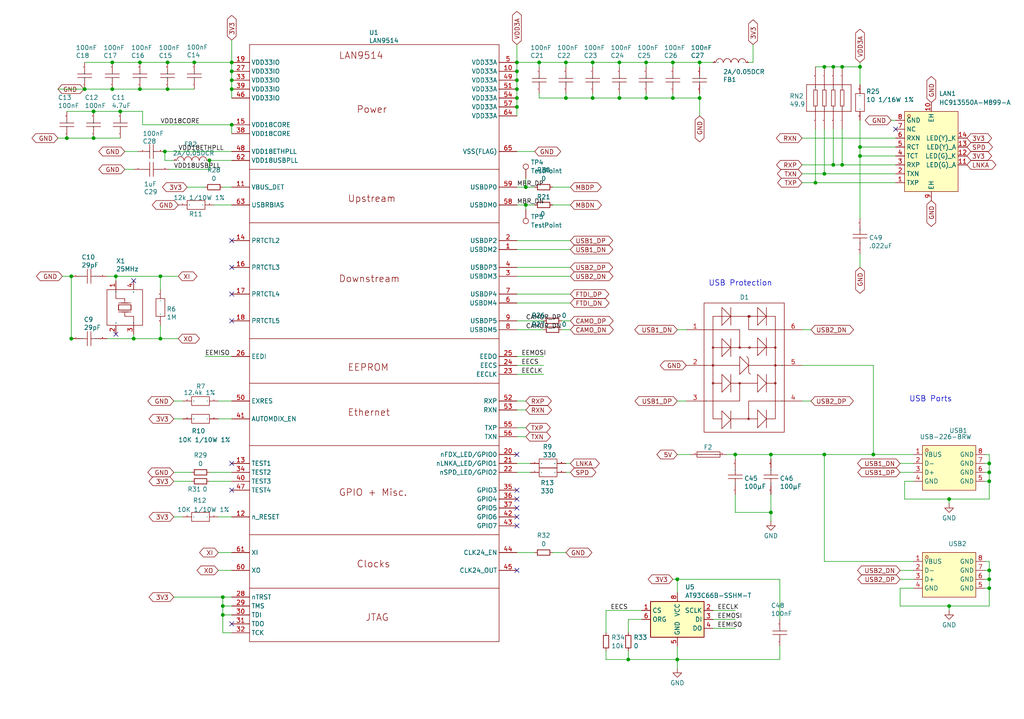
<source format=kicad_sch>
(kicad_sch (version 20231120) (generator "eeschema") (generator_version "8.0")
  (paper "User" 291.846 204.953)
  (junction (at 149.86 53.34))
  (junction (at 281.94 165.1))
  (junction (at 153.67 17.78))
  (junction (at 46.99 43.18))
  (junction (at 63.5 175.26))
  (junction (at 176.53 17.78))
  (junction (at 168.91 17.78))
  (junction (at 147.32 22.86))
  (junction (at 179.07 187.96))
  (junction (at 193.04 165.1))
  (junction (at 245.11 44.45))
  (junction (at 234.95 19.05))
  (junction (at 234.95 49.53))
  (junction (at 26.67 31.75))
  (junction (at 147.32 20.32))
  (junction (at 147.32 27.94))
  (junction (at 39.878 25.4))
  (junction (at 24.13 25.4))
  (junction (at 161.29 17.78))
  (junction (at 63.5 170.18))
  (junction (at 281.94 137.16))
  (junction (at 199.39 17.78))
  (junction (at 245.11 19.05))
  (junction (at 281.94 132.08))
  (junction (at 19.05 39.37))
  (junction (at 168.91 27.94))
  (junction (at 147.32 30.48))
  (junction (at 281.94 167.64))
  (junction (at 47.752 25.4))
  (junction (at 149.86 58.42))
  (junction (at 32.004 25.4))
  (junction (at 240.03 46.99))
  (junction (at 26.67 39.37))
  (junction (at 199.39 27.94))
  (junction (at 161.29 27.94))
  (junction (at 55.372 17.78))
  (junction (at 281.94 134.62))
  (junction (at 20.32 96.52))
  (junction (at 66.04 17.78))
  (junction (at 237.49 19.05))
  (junction (at 34.29 31.75))
  (junction (at 184.15 17.78))
  (junction (at 219.71 146.05))
  (junction (at 232.41 52.07))
  (junction (at 240.03 19.05))
  (junction (at 66.04 22.86))
  (junction (at 184.15 27.94))
  (junction (at 20.32 78.74))
  (junction (at 209.55 129.54))
  (junction (at 245.11 41.91))
  (junction (at 270.51 142.24))
  (junction (at 191.77 17.78))
  (junction (at 237.49 46.99))
  (junction (at 66.04 25.4))
  (junction (at 63.5 172.72))
  (junction (at 32.004 17.78))
  (junction (at 59.69 45.72))
  (junction (at 234.95 129.54))
  (junction (at 66.04 20.32))
  (junction (at 39.878 17.78))
  (junction (at 45.72 78.74))
  (junction (at 33.02 78.74))
  (junction (at 281.94 162.56))
  (junction (at 45.72 96.52))
  (junction (at 193.04 187.96))
  (junction (at 248.92 129.54))
  (junction (at 219.71 129.54))
  (junction (at 191.77 27.94))
  (junction (at 47.752 17.78))
  (junction (at 66.04 35.56))
  (junction (at 147.32 25.4))
  (junction (at 270.51 172.72))
  (junction (at 176.53 27.94))
  (junction (at 147.32 17.78))
  (junction (at 38.1 96.52))
  (no_connect (at 66.04 91.44))
  (no_connect (at 147.32 149.86))
  (no_connect (at 66.04 139.7))
  (no_connect (at 66.04 68.58))
  (no_connect (at 33.02 95.25))
  (no_connect (at 255.27 36.83))
  (no_connect (at 147.32 142.24))
  (no_connect (at 147.32 144.78))
  (no_connect (at 147.32 147.32))
  (no_connect (at 147.32 139.7))
  (no_connect (at 147.32 129.54))
  (no_connect (at 38.1 80.01))
  (no_connect (at 66.04 132.08))
  (no_connect (at 66.04 76.2))
  (no_connect (at 66.04 83.82))
  (no_connect (at 66.04 177.8))
  (no_connect (at 147.32 162.56))
  (wire (pts (xy 222.25 176.53) (xy 222.25 165.1)))
  (wire (pts (xy 176.53 17.78) (xy 168.91 17.78)))
  (wire (pts (xy 20.32 96.52) (xy 21.59 96.52)))
  (wire (pts (xy 147.32 30.48) (xy 147.32 33.02)))
  (wire (pts (xy 33.02 78.74) (xy 33.02 80.01)))
  (wire (pts (xy 45.72 82.55) (xy 45.72 78.74)))
  (wire (pts (xy 234.95 49.53) (xy 255.27 49.53)))
  (wire (pts (xy 219.71 146.05) (xy 219.71 148.59)))
  (wire (pts (xy 232.41 36.83) (xy 232.41 52.07)))
  (wire (pts (xy 40.64 31.75) (xy 40.64 35.56)))
  (wire (pts (xy 193.04 165.1) (xy 222.25 165.1)))
  (wire (pts (xy 245.11 19.05) (xy 245.11 24.13)))
  (wire (pts (xy 147.32 17.78) (xy 147.32 20.32)))
  (wire (pts (xy 153.67 26.67) (xy 153.67 27.94)))
  (wire (pts (xy 149.86 50.8) (xy 149.86 53.34)))
  (wire (pts (xy 184.15 26.67) (xy 184.15 27.94)))
  (wire (pts (xy 281.94 137.16) (xy 281.94 142.24)))
  (wire (pts (xy 245.11 44.45) (xy 255.27 44.45)))
  (wire (pts (xy 207.01 129.54) (xy 209.55 129.54)))
  (wire (pts (xy 66.04 180.34) (xy 63.5 180.34)))
  (wire (pts (xy 184.15 27.94) (xy 191.77 27.94)))
  (wire (pts (xy 157.48 58.42) (xy 162.56 58.42)))
  (wire (pts (xy 66.04 11.43) (xy 66.04 17.78)))
  (wire (pts (xy 147.32 83.82) (xy 162.56 83.82)))
  (wire (pts (xy 149.86 58.42) (xy 152.4 58.42)))
  (wire (pts (xy 280.67 160.02) (xy 281.94 160.02)))
  (wire (pts (xy 245.11 44.45) (xy 245.11 62.23)))
  (wire (pts (xy 63.5 53.34) (xy 66.04 53.34)))
  (wire (pts (xy 179.07 185.42) (xy 179.07 187.96)))
  (wire (pts (xy 176.53 17.78) (xy 176.53 19.05)))
  (wire (pts (xy 193.04 129.54) (xy 196.85 129.54)))
  (wire (pts (xy 256.54 165.1) (xy 260.35 165.1)))
  (wire (pts (xy 147.32 106.68) (xy 154.94 106.68)))
  (wire (pts (xy 191.77 165.1) (xy 193.04 165.1)))
  (wire (pts (xy 147.32 43.18) (xy 152.4 43.18)))
  (wire (pts (xy 168.91 17.78) (xy 161.29 17.78)))
  (wire (pts (xy 153.67 19.05) (xy 153.67 17.78)))
  (wire (pts (xy 59.69 137.16) (xy 66.04 137.16)))
  (wire (pts (xy 153.67 17.78) (xy 161.29 17.78)))
  (wire (pts (xy 245.11 72.39) (xy 245.11 76.2)))
  (wire (pts (xy 19.05 39.37) (xy 26.67 39.37)))
  (wire (pts (xy 228.6 104.14) (xy 248.92 104.14)))
  (wire (pts (xy 20.32 78.74) (xy 20.32 96.52)))
  (wire (pts (xy 66.04 175.26) (xy 63.5 175.26)))
  (wire (pts (xy 63.5 172.72) (xy 63.5 170.18)))
  (wire (pts (xy 49.53 170.18) (xy 63.5 170.18)))
  (wire (pts (xy 59.69 134.62) (xy 66.04 134.62)))
  (wire (pts (xy 222.25 184.15) (xy 222.25 187.96)))
  (wire (pts (xy 281.94 165.1) (xy 281.94 167.64)))
  (wire (pts (xy 179.07 176.53) (xy 179.07 180.34)))
  (wire (pts (xy 147.32 124.46) (xy 149.86 124.46)))
  (wire (pts (xy 162.56 134.62) (xy 161.29 134.62)))
  (wire (pts (xy 59.69 48.26) (xy 59.69 45.72)))
  (wire (pts (xy 17.78 78.74) (xy 20.32 78.74)))
  (wire (pts (xy 66.04 35.56) (xy 66.04 38.1)))
  (wire (pts (xy 245.11 17.78) (xy 245.11 19.05)))
  (wire (pts (xy 281.94 160.02) (xy 281.94 162.56)))
  (wire (pts (xy 245.11 41.91) (xy 255.27 41.91)))
  (wire (pts (xy 270.51 172.72) (xy 270.51 173.99)))
  (wire (pts (xy 21.59 78.74) (xy 20.32 78.74)))
  (wire (pts (xy 49.53 137.16) (xy 54.61 137.16)))
  (wire (pts (xy 245.11 19.05) (xy 240.03 19.05)))
  (wire (pts (xy 147.32 91.44) (xy 154.94 91.44)))
  (wire (pts (xy 147.32 20.32) (xy 147.32 22.86)))
  (wire (pts (xy 157.48 157.48) (xy 161.29 157.48)))
  (wire (pts (xy 47.752 25.4) (xy 39.878 25.4)))
  (wire (pts (xy 184.15 17.78) (xy 176.53 17.78)))
  (wire (pts (xy 147.32 22.86) (xy 147.32 25.4)))
  (wire (pts (xy 34.29 31.75) (xy 40.64 31.75)))
  (wire (pts (xy 147.32 71.12) (xy 162.56 71.12)))
  (wire (pts (xy 161.29 27.94) (xy 168.91 27.94)))
  (wire (pts (xy 191.77 27.94) (xy 199.39 27.94)))
  (wire (pts (xy 228.6 52.07) (xy 232.41 52.07)))
  (wire (pts (xy 49.53 134.62) (xy 54.61 134.62)))
  (wire (pts (xy 59.69 45.72) (xy 66.04 45.72)))
  (wire (pts (xy 147.32 93.98) (xy 154.94 93.98)))
  (wire (pts (xy 153.67 27.94) (xy 161.29 27.94)))
  (wire (pts (xy 191.77 26.67) (xy 191.77 27.94)))
  (wire (pts (xy 63.5 175.26) (xy 63.5 172.72)))
  (wire (pts (xy 161.29 132.08) (xy 162.56 132.08)))
  (wire (pts (xy 40.64 35.56) (xy 66.04 35.56)))
  (wire (pts (xy 256.54 172.72) (xy 270.51 172.72)))
  (wire (pts (xy 32.004 17.78) (xy 39.878 17.78)))
  (wire (pts (xy 50.8 96.52) (xy 45.72 96.52)))
  (wire (pts (xy 45.72 92.71) (xy 45.72 96.52)))
  (wire (pts (xy 176.53 26.67) (xy 176.53 27.94)))
  (wire (pts (xy 228.6 49.53) (xy 234.95 49.53)))
  (wire (pts (xy 240.03 36.83) (xy 240.03 46.99)))
  (wire (pts (xy 55.372 17.78) (xy 66.04 17.78)))
  (wire (pts (xy 66.04 172.72) (xy 63.5 172.72)))
  (wire (pts (xy 157.48 53.34) (xy 162.56 53.34)))
  (wire (pts (xy 280.67 134.62) (xy 281.94 134.62)))
  (wire (pts (xy 281.94 142.24) (xy 270.51 142.24)))
  (wire (pts (xy 256.54 134.62) (xy 260.35 134.62)))
  (wire (pts (xy 234.95 36.83) (xy 234.95 49.53)))
  (wire (pts (xy 168.91 17.78) (xy 168.91 19.05)))
  (wire (pts (xy 237.49 46.99) (xy 240.03 46.99)))
  (wire (pts (xy 16.51 39.37) (xy 19.05 39.37)))
  (wire (pts (xy 39.878 17.78) (xy 47.752 17.78)))
  (wire (pts (xy 168.91 27.94) (xy 176.53 27.94)))
  (wire (pts (xy 240.03 19.05) (xy 237.49 19.05)))
  (wire (pts (xy 256.54 167.64) (xy 256.54 172.72)))
  (wire (pts (xy 203.2 179.07) (xy 209.55 179.07)))
  (wire (pts (xy 228.6 114.3) (xy 231.14 114.3)))
  (wire (pts (xy 179.07 187.96) (xy 193.04 187.96)))
  (wire (pts (xy 160.02 93.98) (xy 162.56 93.98)))
  (wire (pts (xy 209.55 140.97) (xy 209.55 146.05)))
  (wire (pts (xy 182.88 173.99) (xy 172.72 173.99)))
  (wire (pts (xy 30.48 96.52) (xy 38.1 96.52)))
  (wire (pts (xy 38.1 48.26) (xy 35.56 48.26)))
  (wire (pts (xy 168.91 26.67) (xy 168.91 27.94)))
  (wire (pts (xy 203.2 17.78) (xy 199.39 17.78)))
  (wire (pts (xy 232.41 52.07) (xy 255.27 52.07)))
  (wire (pts (xy 53.34 53.34) (xy 58.42 53.34)))
  (wire (pts (xy 55.372 25.4) (xy 47.752 25.4)))
  (wire (pts (xy 147.32 53.34) (xy 149.86 53.34)))
  (wire (pts (xy 45.72 96.52) (xy 38.1 96.52)))
  (wire (pts (xy 147.32 12.7) (xy 147.32 17.78)))
  (wire (pts (xy 280.67 137.16) (xy 281.94 137.16)))
  (wire (pts (xy 161.29 17.78) (xy 161.29 19.05)))
  (wire (pts (xy 254 34.29) (xy 255.27 34.29)))
  (wire (pts (xy 203.2 176.53) (xy 209.55 176.53)))
  (wire (pts (xy 281.94 167.64) (xy 281.94 172.72)))
  (wire (pts (xy 147.32 58.42) (xy 149.86 58.42)))
  (wire (pts (xy 160.02 91.44) (xy 162.56 91.44)))
  (wire (pts (xy 147.32 25.4) (xy 147.32 27.94)))
  (wire (pts (xy 270.51 142.24) (xy 270.51 143.51)))
  (wire (pts (xy 234.95 19.05) (xy 232.41 19.05)))
  (wire (pts (xy 234.95 129.54) (xy 234.95 160.02)))
  (wire (pts (xy 147.32 121.92) (xy 149.86 121.92)))
  (wire (pts (xy 66.04 17.78) (xy 66.04 20.32)))
  (wire (pts (xy 19.05 31.75) (xy 26.67 31.75)))
  (wire (pts (xy 172.72 185.42) (xy 172.72 187.96)))
  (wire (pts (xy 24.13 25.4) (xy 16.51 25.4)))
  (wire (pts (xy 281.94 132.08) (xy 281.94 134.62)))
  (wire (pts (xy 62.23 162.56) (xy 66.04 162.56)))
  (wire (pts (xy 52.07 147.32) (xy 49.53 147.32)))
  (wire (pts (xy 256.54 132.08) (xy 260.35 132.08)))
  (wire (pts (xy 280.67 165.1) (xy 281.94 165.1)))
  (wire (pts (xy 66.04 114.3) (xy 62.23 114.3)))
  (wire (pts (xy 45.72 78.74) (xy 33.02 78.74)))
  (wire (pts (xy 26.67 39.37) (xy 34.29 39.37)))
  (wire (pts (xy 38.1 96.52) (xy 38.1 95.25)))
  (wire (pts (xy 193.04 184.15) (xy 193.04 187.96)))
  (wire (pts (xy 26.67 31.75) (xy 34.29 31.75)))
  (wire (pts (xy 199.39 17.78) (xy 199.39 19.05)))
  (wire (pts (xy 193.04 114.3) (xy 195.58 114.3)))
  (wire (pts (xy 30.48 78.74) (xy 33.02 78.74)))
  (wire (pts (xy 182.88 176.53) (xy 179.07 176.53)))
  (wire (pts (xy 209.55 129.54) (xy 209.55 130.81)))
  (wire (pts (xy 147.32 76.2) (xy 162.56 76.2)))
  (wire (pts (xy 257.81 137.16) (xy 260.35 137.16)))
  (wire (pts (xy 280.67 167.64) (xy 281.94 167.64)))
  (wire (pts (xy 176.53 27.94) (xy 184.15 27.94)))
  (wire (pts (xy 209.55 146.05) (xy 219.71 146.05)))
  (wire (pts (xy 280.67 129.54) (xy 281.94 129.54)))
  (wire (pts (xy 147.32 78.74) (xy 162.56 78.74)))
  (wire (pts (xy 240.03 46.99) (xy 255.27 46.99)))
  (wire (pts (xy 147.32 157.48) (xy 152.4 157.48)))
  (wire (pts (xy 149.86 58.42) (xy 149.86 59.69)))
  (wire (pts (xy 209.55 129.54) (xy 219.71 129.54)))
  (wire (pts (xy 46.99 45.72) (xy 46.99 43.18)))
  (wire (pts (xy 281.94 129.54) (xy 281.94 132.08)))
  (wire (pts (xy 60.96 58.42) (xy 66.04 58.42)))
  (wire (pts (xy 191.77 17.78) (xy 184.15 17.78)))
  (wire (pts (xy 35.56 43.18) (xy 39.37 43.18)))
  (wire (pts (xy 219.71 146.05) (xy 219.71 140.97)))
  (wire (pts (xy 66.04 25.4) (xy 66.04 27.94)))
  (wire (pts (xy 248.92 104.14) (xy 248.92 129.54)))
  (wire (pts (xy 52.07 114.3) (xy 49.53 114.3)))
  (wire (pts (xy 172.72 173.99) (xy 172.72 180.34)))
  (wire (pts (xy 184.15 17.78) (xy 184.15 19.05)))
  (wire (pts (xy 147.32 134.62) (xy 151.13 134.62)))
  (wire (pts (xy 281.94 162.56) (xy 281.94 165.1)))
  (wire (pts (xy 199.39 27.94) (xy 199.39 33.02)))
  (wire (pts (xy 234.95 129.54) (xy 248.92 129.54)))
  (wire (pts (xy 245.11 41.91) (xy 245.11 44.45)))
  (wire (pts (xy 50.8 78.74) (xy 45.72 78.74)))
  (wire (pts (xy 147.32 101.6) (xy 154.94 101.6)))
  (wire (pts (xy 66.04 20.32) (xy 66.04 22.86)))
  (wire (pts (xy 199.39 17.78) (xy 191.77 17.78)))
  (wire (pts (xy 234.95 160.02) (xy 260.35 160.02)))
  (wire (pts (xy 49.53 45.72) (xy 46.99 45.72)))
  (wire (pts (xy 147.32 86.36) (xy 162.56 86.36)))
  (wire (pts (xy 256.54 167.64) (xy 260.35 167.64)))
  (wire (pts (xy 32.004 25.4) (xy 24.13 25.4)))
  (wire (pts (xy 153.67 17.78) (xy 147.32 17.78)))
  (wire (pts (xy 245.11 34.29) (xy 245.11 41.91)))
  (wire (pts (xy 147.32 68.58) (xy 162.56 68.58)))
  (wire (pts (xy 52.07 119.38) (xy 49.53 119.38)))
  (wire (pts (xy 62.23 157.48) (xy 66.04 157.48)))
  (wire (pts (xy 147.32 114.3) (xy 149.86 114.3)))
  (wire (pts (xy 281.94 172.72) (xy 270.51 172.72)))
  (wire (pts (xy 147.32 132.08) (xy 151.13 132.08)))
  (wire (pts (xy 147.32 116.84) (xy 149.86 116.84)))
  (wire (pts (xy 161.29 26.67) (xy 161.29 27.94)))
  (wire (pts (xy 219.71 129.54) (xy 234.95 129.54)))
  (wire (pts (xy 199.39 26.67) (xy 199.39 27.94)))
  (wire (pts (xy 248.92 129.54) (xy 260.35 129.54)))
  (wire (pts (xy 62.23 119.38) (xy 66.04 119.38)))
  (wire (pts (xy 237.49 19.05) (xy 234.95 19.05)))
  (wire (pts (xy 147.32 104.14) (xy 154.94 104.14)))
  (wire (pts (xy 228.6 39.37) (xy 255.27 39.37)))
  (wire (pts (xy 48.26 48.26) (xy 59.69 48.26)))
  (wire (pts (xy 24.13 17.78) (xy 32.004 17.78)))
  (wire (pts (xy 219.71 129.54) (xy 219.71 130.81)))
  (wire (pts (xy 63.5 180.34) (xy 63.5 175.26)))
  (wire (pts (xy 281.94 134.62) (xy 281.94 137.16)))
  (wire (pts (xy 191.77 17.78) (xy 191.77 19.05)))
  (wire (pts (xy 46.99 43.18) (xy 66.04 43.18)))
  (wire (pts (xy 256.54 162.56) (xy 260.35 162.56)))
  (wire (pts (xy 172.72 187.96) (xy 179.07 187.96)))
  (wire (pts (xy 257.81 137.16) (xy 257.81 142.24)))
  (wire (pts (xy 222.25 187.96) (xy 193.04 187.96)))
  (wire (pts (xy 147.32 27.94) (xy 147.32 30.48)))
  (wire (pts (xy 228.6 93.98) (xy 231.14 93.98)))
  (wire (pts (xy 58.42 101.6) (xy 66.04 101.6)))
  (wire (pts (xy 228.6 46.99) (xy 237.49 46.99)))
  (wire (pts (xy 214.63 17.78) (xy 214.63 12.7)))
  (wire (pts (xy 280.67 132.08) (xy 281.94 132.08)))
  (wire (pts (xy 213.36 17.78) (xy 214.63 17.78)))
  (wire (pts (xy 63.5 170.18) (xy 66.04 170.18)))
  (wire (pts (xy 39.878 25.4) (xy 32.004 25.4)))
  (wire (pts (xy 193.04 187.96) (xy 193.04 190.5)))
  (wire (pts (xy 203.2 173.99) (xy 209.55 173.99)))
  (wire (pts (xy 149.86 53.34) (xy 152.4 53.34)))
  (wire (pts (xy 280.67 162.56) (xy 281.94 162.56)))
  (wire (pts (xy 62.23 147.32) (xy 66.04 147.32)))
  (wire (pts (xy 193.04 93.98) (xy 195.58 93.98)))
  (wire (pts (xy 193.04 165.1) (xy 193.04 168.91)))
  (wire (pts (xy 47.752 17.78) (xy 55.372 17.78)))
  (wire (pts (xy 257.81 142.24) (xy 270.51 142.24)))
  (wire (pts (xy 237.49 36.83) (xy 237.49 46.99)))
  (wire (pts (xy 66.04 22.86) (xy 66.04 25.4)))
  (text "USB Ports" (at 259.1054 114.7318 0) (effects (font (size 1.5748 1.5748)) (justify left bottom)))
  (text "USB Protection" (at 201.93 81.7372 0) (effects (font (size 1.5748 1.5748)) (justify left bottom)))
  (label "EEMOSI" (at 148.59 101.6 0))
  (label "VDD18USBPLL" (at 49.53 48.26 0))
  (label "CAMOR_DP" (at 149.86 91.44 0))
  (label "EEMOSI" (at 204.47 176.53 0))
  (label "MBR_DP" (at 147.32 53.34 0))
  (label "EECS" (at 148.59 104.14 0))
  (label "EECS" (at 173.99 173.99 0))
  (label "EECLK" (at 148.59 106.68 0))
  (label "VDD18CORE" (at 45.72 35.56 0))
  (label "EECLK" (at 204.47 173.99 0))
  (label "MBR_DN" (at 147.32 58.42 0))
  (label "CAMOR_DN" (at 149.86 93.98 0))
  (label "VDD18ETHPLL" (at 50.8 43.18 0))
  (label "EEMISO" (at 58.42 101.6 0))
  (label "EEMISO" (at 204.47 179.07 0))
  (global_label "LNKA" (shape bidirectional) (at 162.56 132.08 0) (property "Intersheetrefs" "${INTERSHEET_REFS}" (effects (hide yes))))
  (global_label "USB2_DP" (shape bidirectional) (at 231.14 114.3 0) (property "Intersheetrefs" "${INTERSHEET_REFS}" (effects (hide yes))))
  (global_label "USB1_DP" (shape bidirectional) (at 162.56 68.58 0) (property "Intersheetrefs" "${INTERSHEET_REFS}" (effects (hide yes))))
  (global_label "RXP" (shape bidirectional) (at 228.6 46.99 180) (property "Intersheetrefs" "${INTERSHEET_REFS}" (effects (hide yes))))
  (global_label "GND" (shape bidirectional) (at 35.56 43.18 180) (property "Intersheetrefs" "${INTERSHEET_REFS}" (effects (hide yes))))
  (global_label "3V3" (shape bidirectional) (at 49.53 147.32 180) (property "Intersheetrefs" "${INTERSHEET_REFS}" (effects (hide yes))))
  (global_label "3V3" (shape bidirectional) (at 49.53 137.16 180) (property "Intersheetrefs" "${INTERSHEET_REFS}" (effects (hide yes))))
  (global_label "GND" (shape bidirectional) (at 50.8 58.42 180) (property "Intersheetrefs" "${INTERSHEET_REFS}" (effects (hide yes))))
  (global_label "3V3" (shape bidirectional) (at 49.53 119.38 180) (property "Intersheetrefs" "${INTERSHEET_REFS}" (effects (hide yes))))
  (global_label "GND" (shape bidirectional) (at 17.78 78.74 180) (property "Intersheetrefs" "${INTERSHEET_REFS}" (effects (hide yes))))
  (global_label "CAMO_DN" (shape bidirectional) (at 162.56 93.98 0) (property "Intersheetrefs" "${INTERSHEET_REFS}" (effects (hide yes))))
  (global_label "LNKA" (shape bidirectional) (at 275.59 46.99 0) (property "Intersheetrefs" "${INTERSHEET_REFS}" (effects (hide yes))))
  (global_label "TXN" (shape bidirectional) (at 228.6 49.53 180) (property "Intersheetrefs" "${INTERSHEET_REFS}" (effects (hide yes))))
  (global_label "TXP" (shape bidirectional) (at 228.6 52.07 180) (property "Intersheetrefs" "${INTERSHEET_REFS}" (effects (hide yes))))
  (global_label "SPD" (shape bidirectional) (at 275.59 41.91 0) (property "Intersheetrefs" "${INTERSHEET_REFS}" (effects (hide yes))))
  (global_label "RXN" (shape bidirectional) (at 228.6 39.37 180) (property "Intersheetrefs" "${INTERSHEET_REFS}" (effects (hide yes))))
  (global_label "USB1_DN" (shape bidirectional) (at 162.56 71.12 0) (property "Intersheetrefs" "${INTERSHEET_REFS}" (effects (hide yes))))
  (global_label "GND" (shape bidirectional) (at 161.29 157.48 0) (property "Intersheetrefs" "${INTERSHEET_REFS}" (effects (hide yes))))
  (global_label "MBDP" (shape bidirectional) (at 162.56 53.34 0) (property "Intersheetrefs" "${INTERSHEET_REFS}" (effects (hide yes))))
  (global_label "SPD" (shape bidirectional) (at 162.56 134.62 0) (property "Intersheetrefs" "${INTERSHEET_REFS}" (effects (hide yes))))
  (global_label "3V3" (shape bidirectional) (at 49.53 170.18 180) (property "Intersheetrefs" "${INTERSHEET_REFS}" (effects (hide yes))))
  (global_label "USB1_DN" (shape bidirectional) (at 256.54 132.08 180) (property "Intersheetrefs" "${INTERSHEET_REFS}" (effects (hide yes))))
  (global_label "USB2_DN" (shape bidirectional) (at 256.54 162.56 180) (property "Intersheetrefs" "${INTERSHEET_REFS}" (effects (hide yes))))
  (global_label "RXP" (shape bidirectional) (at 149.86 114.3 0) (property "Intersheetrefs" "${INTERSHEET_REFS}" (effects (hide yes))))
  (global_label "3V3" (shape bidirectional) (at 275.59 44.45 0) (property "Intersheetrefs" "${INTERSHEET_REFS}" (effects (hide yes))))
  (global_label "3V3" (shape bidirectional) (at 191.77 165.1 180) (property "Intersheetrefs" "${INTERSHEET_REFS}" (effects (hide yes))))
  (global_label "XI" (shape bidirectional) (at 62.23 157.48 180) (property "Intersheetrefs" "${INTERSHEET_REFS}" (effects (hide yes))))
  (global_label "GND" (shape bidirectional) (at 265.43 57.15 270) (property "Intersheetrefs" "${INTERSHEET_REFS}" (effects (hide yes))))
  (global_label "GND" (shape bidirectional) (at 152.4 43.18 0) (property "Intersheetrefs" "${INTERSHEET_REFS}" (effects (hide yes))))
  (global_label "VDD3A" (shape bidirectional) (at 245.11 17.78 90) (property "Intersheetrefs" "${INTERSHEET_REFS}" (effects (hide yes))))
  (global_label "FTDI_DP" (shape bidirectional) (at 162.56 83.82 0) (property "Intersheetrefs" "${INTERSHEET_REFS}" (effects (hide yes))))
  (global_label "5V" (shape bidirectional) (at 193.04 129.54 180) (property "Intersheetrefs" "${INTERSHEET_REFS}" (effects (hide yes))))
  (global_label "3V3" (shape bidirectional) (at 275.59 39.37 0) (property "Intersheetrefs" "${INTERSHEET_REFS}" (effects (hide yes))))
  (global_label "USB1_DP" (shape bidirectional) (at 256.54 134.62 180) (property "Intersheetrefs" "${INTERSHEET_REFS}" (effects (hide yes))))
  (global_label "GND" (shape bidirectional) (at 254 34.29 180) (property "Intersheetrefs" "${INTERSHEET_REFS}" (effects (hide yes))))
  (global_label "USB2_DP" (shape bidirectional) (at 256.54 165.1 180) (property "Intersheetrefs" "${INTERSHEET_REFS}" (effects (hide yes))))
  (global_label "USB2_DN" (shape bidirectional) (at 162.56 78.74 0) (property "Intersheetrefs" "${INTERSHEET_REFS}" (effects (hide yes))))
  (global_label "TXN" (shape bidirectional) (at 149.86 124.46 0) (property "Intersheetrefs" "${INTERSHEET_REFS}" (effects (hide yes))))
  (global_label "GND" (shape bidirectional) (at 245.11 76.2 270) (property "Intersheetrefs" "${INTERSHEET_REFS}" (effects (hide yes))))
  (global_label "USB1_DP" (shape bidirectional) (at 193.04 114.3 180) (property "Intersheetrefs" "${INTERSHEET_REFS}" (effects (hide yes))))
  (global_label "CAMO_DP" (shape bidirectional) (at 162.56 91.44 0) (property "Intersheetrefs" "${INTERSHEET_REFS}" (effects (hide yes))))
  (global_label "RXN" (shape bidirectional) (at 149.86 116.84 0) (property "Intersheetrefs" "${INTERSHEET_REFS}" (effects (hide yes))))
  (global_label "GND" (shape bidirectional) (at 49.53 134.62 180) (property "Intersheetrefs" "${INTERSHEET_REFS}" (effects (hide yes))))
  (global_label "GND" (shape bidirectional) (at 195.58 104.14 180) (property "Intersheetrefs" "${INTERSHEET_REFS}" (effects (hide yes))))
  (global_label "GND" (shape bidirectional) (at 16.51 39.37 180) (property "Intersheetrefs" "${INTERSHEET_REFS}" (effects (hide yes))))
  (global_label "3V3" (shape bidirectional) (at 66.04 11.43 90) (property "Intersheetrefs" "${INTERSHEET_REFS}" (effects (hide yes))))
  (global_label "XO" (shape bidirectional) (at 62.23 162.56 180) (property "Intersheetrefs" "${INTERSHEET_REFS}" (effects (hide yes))))
  (global_label "GND" (shape bidirectional) (at 49.53 114.3 180) (property "Intersheetrefs" "${INTERSHEET_REFS}" (effects (hide yes))))
  (global_label "GND" (shape bidirectional) (at 35.56 48.26 180) (property "Intersheetrefs" "${INTERSHEET_REFS}" (effects (hide yes))))
  (global_label "GND" (shape bidirectional) (at 199.39 33.02 270) (property "Intersheetrefs" "${INTERSHEET_REFS}" (effects (hide yes))))
  (global_label "3V3" (shape bidirectional) (at 214.63 12.7 90) (property "Intersheetrefs" "${INTERSHEET_REFS}" (effects (hide yes))))
  (global_label "XI" (shape bidirectional) (at 50.8 78.74 0) (property "Intersheetrefs" "${INTERSHEET_REFS}" (effects (hide yes))))
  (global_label "GND" (shape bidirectional) (at 16.51 25.4 0) (property "Intersheetrefs" "${INTERSHEET_REFS}" (effects (hide yes))))
  (global_label "GND" (shape bidirectional) (at 265.43 29.21 90) (property "Intersheetrefs" "${INTERSHEET_REFS}" (effects (hide yes))))
  (global_label "XO" (shape bidirectional) (at 50.8 96.52 0) (property "Intersheetrefs" "${INTERSHEET_REFS}" (effects (hide yes))))
  (global_label "USB2_DN" (shape bidirectional) (at 231.14 93.98 0) (property "Intersheetrefs" "${INTERSHEET_REFS}" (effects (hide yes))))
  (global_label "USB1_DN" (shape bidirectional) (at 193.04 93.98 180) (property "Intersheetrefs" "${INTERSHEET_REFS}" (effects (hide yes))))
  (global_label "VDD3A" (shape bidirectional) (at 147.32 12.7 90) (property "Intersheetrefs" "${INTERSHEET_REFS}" (effects (hide yes))))
  (global_label "USB2_DP" (shape bidirectional) (at 162.56 76.2 0) (property "Intersheetrefs" "${INTERSHEET_REFS}" (effects (hide yes))))
  (global_label "FTDI_DN" (shape bidirectional) (at 162.56 86.36 0) (property "Intersheetrefs" "${INTERSHEET_REFS}" (effects (hide yes))))
  (global_label "MBDN" (shape bidirectional) (at 162.56 58.42 0) (property "Intersheetrefs" "${INTERSHEET_REFS}" (effects (hide yes))))
  (global_label "3V3" (shape bidirectional) (at 53.34 53.34 180) (property "Intersheetrefs" "${INTERSHEET_REFS}" (effects (hide yes))))
  (global_label "TXP" (shape bidirectional) (at 149.86 121.92 0) (property "Intersheetrefs" "${INTERSHEET_REFS}" (effects (hide yes))))
  (symbol (lib_id "x1-expander:12k 1/10W 1%") (at 55.88 58.42 180) (unit 1)
    (property "Reference" "R11" (at 53.848 61.722 0) (effects (justify right top)))
    (property "Value" "12k 1/10W 1%" (at 49.4284 57.0738 0) (effects (justify right top)))
    (property "Footprint" "Resistor_SMD:R_0402_1005Metric" (effects (hide yes)))
    (property "Add into BOM" "yes" (effects (hide yes)))
    (property "Convert to PCB" "yes" (effects (hide yes)))
    (property "Origin Footprint" "R0603" (effects (hide yes)))
    (property "LCSC" "C25752" (effects (hide yes)))
  )
  (symbol (lib_id "Device:R_Small") (at 157.48 93.98 270) (unit 1)
    (property "Reference" "R27" (at 153.416 92.456 90))
    (property "Value" "0" (at 160.782 92.456 90))
    (property "Footprint" "Resistor_SMD:R_0603_1608Metric" (effects (hide yes)))
    (property "Description" "Resistor, small symbol" (effects (hide yes)))
    (property "LCSC" "C21189" (effects (hide yes)))
  )
  (symbol (lib_id "x1-expander:100nF") (at 32.004 21.59 270) (unit 1)
    (property "Reference" "C17" (at 29.464 16.5608 90) (effects (justify left bottom)))
    (property "Value" "100nF" (at 29.464 14.3256 90) (effects (justify left bottom)))
    (property "Footprint" "Capacitor_SMD:C_0402_1005Metric" (effects (hide yes)))
    (property "Add into BOM" "yes" (effects (hide yes)))
    (property "Convert to PCB" "yes" (effects (hide yes)))
    (property "JLCPCB Part Class" "Basic Part" (effects (hide yes)))
    (property "Manufacturer" "SAMSUNG(三星)" (effects (hide yes)))
    (property "Manufacturer Part" "CL05B104KO5NNNC" (effects (hide yes)))
    (property "Origin Footprint" "C0402" (effects (hide yes)))
    (property "LCSC" "C1525" (effects (hide yes)))
  )
  (symbol (lib_id "power:GND") (at 270.51 143.51 0) (unit 1)
    (property "Reference" "#PWR05" (effects (hide yes)))
    (property "Value" "GND" (at 270.51 147.6431 0))
    (property "Description" "Power symbol creates a global label with name \"GND\" , ground" (effects (hide yes)))
  )
  (symbol (lib_id "x1-expander:100nF") (at 55.372 21.59 270) (unit 1)
    (property "Reference" "C14" (at 53.1876 16.4084 90) (effects (justify left bottom)))
    (property "Value" "100nF" (at 53.1876 14.1986 90) (effects (justify left bottom)))
    (property "Footprint" "Capacitor_SMD:C_0402_1005Metric" (effects (hide yes)))
    (property "Add into BOM" "yes" (effects (hide yes)))
    (property "Convert to PCB" "yes" (effects (hide yes)))
    (property "JLCPCB Part Class" "Basic Part" (effects (hide yes)))
    (property "Manufacturer" "SAMSUNG(三星)" (effects (hide yes)))
    (property "Manufacturer Part" "CL05B104KO5NNNC" (effects (hide yes)))
    (property "Origin Footprint" "C0402" (effects (hide yes)))
    (property "LCSC" "C1525" (effects (hide yes)))
  )
  (symbol (lib_id "Device:R_Small") (at 154.94 53.34 90) (unit 1)
    (property "Reference" "R30" (at 154.94 48.4589 90))
    (property "Value" "0" (at 154.94 50.8832 90))
    (property "Footprint" "Resistor_SMD:R_0603_1608Metric" (effects (hide yes)))
    (property "Description" "Resistor, small symbol" (effects (hide yes)))
    (property "LCSC" "C21189" (effects (hide yes)))
  )
  (symbol (lib_id "x1-expander:10K 1/10W 1%") (at 57.15 119.38 180) (unit 1)
    (property "Reference" "R10" (at 54.61 123.5456 0) (effects (justify right top)))
    (property "Value" "10K 1/10W 1%" (at 50.8 126.0856 0) (effects (justify right top)))
    (property "Footprint" "Resistor_SMD:R_0402_1005Metric" (effects (hide yes)))
    (property "Add into BOM" "yes" (effects (hide yes)))
    (property "Convert to PCB" "yes" (effects (hide yes)))
    (property "Origin Footprint" "R0402" (effects (hide yes)))
    (property "LCSC" "C25744" (effects (hide yes)))
  )
  (symbol (lib_id "x1-expander:100nF") (at 176.53 22.86 270) (unit 1)
    (property "Reference" "C24" (at 173.99 16.5608 90) (effects (justify left bottom)))
    (property "Value" "100nF" (at 173.99 14.3256 90) (effects (justify left bottom)))
    (property "Footprint" "Capacitor_SMD:C_0402_1005Metric" (effects (hide yes)))
    (property "Add into BOM" "yes" (effects (hide yes)))
    (property "Convert to PCB" "yes" (effects (hide yes)))
    (property "JLCPCB Part Class" "Basic Part" (effects (hide yes)))
    (property "Manufacturer" "SAMSUNG(三星)" (effects (hide yes)))
    (property "Manufacturer Part" "CL05B104KO5NNNC" (effects (hide yes)))
    (property "Origin Footprint" "C0402" (effects (hide yes)))
    (property "LCSC" "C1525" (effects (hide yes)))
  )
  (symbol (lib_id "x1-expander:33pF") (at 25.4 96.52 0) (unit 1)
    (property "Reference" "C9" (at 23.876 91.7956 0) (effects (justify left bottom)))
    (property "Value" "29pF" (at 23.876 94.0816 0) (effects (justify left bottom)))
    (property "Footprint" "Capacitor_SMD:C_0402_1005Metric" (effects (hide yes)))
    (property "Add into BOM" "yes" (effects (hide yes)))
    (property "Convert to PCB" "yes" (effects (hide yes)))
    (property "Origin Footprint" "C0402" (effects (hide yes)))
    (property "LCSC" "C1557" (effects (hide yes)))
  )
  (symbol (lib_id "Device:R_Small") (at 157.48 91.44 270) (unit 1)
    (property "Reference" "R26" (at 153.416 89.916 90))
    (property "Value" "0" (at 160.782 89.916 90))
    (property "Footprint" "Resistor_SMD:R_0603_1608Metric" (effects (hide yes)))
    (property "Description" "Resistor, small symbol" (effects (hide yes)))
    (property "LCSC" "C21189" (effects (hide yes)))
  )
  (symbol (lib_id "x1-expander:75pF") (at 219.71 135.89 90) (unit 1)
    (property "Reference" "C46" (at 222.25 137.0838 90) (effects (justify right top)))
    (property "Value" "100µF" (at 222.25 139.3698 90) (effects (justify right top)))
    (property "Footprint" "Capacitor_SMD:C_1210_3225Metric" (effects (hide yes)))
    (property "Add into BOM" "yes" (effects (hide yes)))
    (property "Convert to PCB" "yes" (effects (hide yes)))
    (property "Origin Footprint" "C0603" (effects (hide yes)))
    (property "LCSC" "C23742" (effects (hide yes)))
  )
  (symbol (lib_id "x1-expander:330") (at 156.21 132.08 0) (unit 1)
    (property "Reference" "R9" (at 154.686 128.0922 0) (effects (justify left bottom)))
    (property "Value" "330" (at 154.686 130.4036 0) (effects (justify left bottom)))
    (property "Footprint" "Resistor_SMD:R_0603_1608Metric" (effects (hide yes)))
    (property "Add into BOM" "yes" (effects (hide yes)))
    (property "Convert to PCB" "yes" (effects (hide yes)))
    (property "Origin Footprint" "R0402" (effects (hide yes)))
    (property "LCSC" "C23138" (effects (hide yes)))
  )
  (symbol (lib_id "power:GND") (at 193.04 190.5 0) (unit 1)
    (property "Reference" "#PWR03" (effects (hide yes)))
    (property "Value" "GND" (at 193.04 194.6331 0))
    (property "Description" "Power symbol creates a global label with name \"GND\" , ground" (effects (hide yes)))
  )
  (symbol (lib_id "x1-expander:100nF") (at 184.15 22.86 270) (unit 1)
    (property "Reference" "C25" (at 181.61 16.5608 90) (effects (justify left bottom)))
    (property "Value" "100nF" (at 181.61 14.3256 90) (effects (justify left bottom)))
    (property "Footprint" "Capacitor_SMD:C_0402_1005Metric" (effects (hide yes)))
    (property "Add into BOM" "yes" (effects (hide yes)))
    (property "Convert to PCB" "yes" (effects (hide yes)))
    (property "JLCPCB Part Class" "Basic Part" (effects (hide yes)))
    (property "Manufacturer" "SAMSUNG(三星)" (effects (hide yes)))
    (property "Manufacturer Part" "CL05B104KO5NNNC" (effects (hide yes)))
    (property "Origin Footprint" "C0402" (effects (hide yes)))
    (property "LCSC" "C1525" (effects (hide yes)))
  )
  (symbol (lib_id "x1-expander:2A/0.05DCR") (at 208.28 17.78 180) (unit 1)
    (property "Reference" "FB1" (at 206.0956 23.4188 0) (effects (justify right top)))
    (property "Value" "2A/0.05DCR" (at 206.0956 21.1836 0) (effects (justify right top)))
    (property "Footprint" "Inductor_SMD:L_0603_1608Metric" (effects (hide yes)))
    (property "Add into BOM" "yes" (effects (hide yes)))
    (property "Convert to PCB" "yes" (effects (hide yes)))
    (property "JLCPCB Part Class" "Extended Part" (effects (hide yes)))
    (property "Manufacturer" "muRata(村田)" (effects (hide yes)))
    (property "Manufacturer Part" "BLM18PG121SN1D" (effects (hide yes)))
    (property "Origin Footprint" "L0603" (effects (hide yes)))
    (property "Supplier" "LCSC" (effects (hide yes)))
    (property "Supplier Part" "C14709" (effects (hide yes)))
    (property "LCSC" "C14709" (effects (hide yes)))
  )
  (symbol (lib_id "x1-expander:SRV05-4.TCT_C2687126") (at 212.09 104.14 270) (unit 1)
    (property "Reference" "D1" (at 210.82 85.4456 90) (effects (justify left bottom)))
    (property "Value" "SRV05-4.TCT_C2687126" (effects (hide yes)))
    (property "Footprint" "x1-expander:SOT-23-6_L2.9-W1.6-P0.95-LS2.8-BL" (effects (hide yes)))
    (property "Add into BOM" "yes" (effects (hide yes)))
    (property "Convert to PCB" "yes" (effects (hide yes)))
    (property "JLCPCB Part Class" "Extended Part" (effects (hide yes)))
    (property "Manufacturer" "UMW(友台半导体)" (effects (hide yes)))
    (property "Manufacturer Part" "SRV05-4.TCT" (effects (hide yes)))
    (property "Origin Footprint" "SOT-23-6_L2.9-W1.6-P0.95-LS2.8-BL" (effects (hide yes)))
    (property "Supplier" "LCSC" (effects (hide yes)))
    (property "Supplier Part" "C2687126" (effects (hide yes)))
    (property "LCSC" "C2687126" (effects (hide yes)))
  )
  (symbol (lib_id "x1-expander:100nF") (at 191.77 22.86 270) (unit 1)
    (property "Reference" "C26" (at 189.23 16.5608 90) (effects (justify left bottom)))
    (property "Value" "100nF" (at 189.23 14.3256 90) (effects (justify left bottom)))
    (property "Footprint" "Capacitor_SMD:C_0402_1005Metric" (effects (hide yes)))
    (property "Add into BOM" "yes" (effects (hide yes)))
    (property "Convert to PCB" "yes" (effects (hide yes)))
    (property "JLCPCB Part Class" "Basic Part" (effects (hide yes)))
    (property "Manufacturer" "SAMSUNG(三星)" (effects (hide yes)))
    (property "Manufacturer Part" "CL05B104KO5NNNC" (effects (hide yes)))
    (property "Origin Footprint" "C0402" (effects (hide yes)))
    (property "LCSC" "C1525" (effects (hide yes)))
  )
  (symbol (lib_id "x1-expander:.022uF") (at 245.11 67.31 90) (unit 1)
    (property "Reference" "C49" (at 247.65 68.4784 90) (effects (justify right top)))
    (property "Value" ".022uF" (at 247.65 70.8152 90) (effects (justify right top)))
    (property "Footprint" "Capacitor_SMD:C_0603_1608Metric" (effects (hide yes)))
    (property "Add into BOM" "yes" (effects (hide yes)))
    (property "Convert to PCB" "yes" (effects (hide yes)))
    (property "Origin Footprint" "C0805" (effects (hide yes)))
    (property "LCSC" "C21122" (effects (hide yes)))
  )
  (symbol (lib_name "2A/0.05DCR_1") (lib_id "x1-expander:2A/0.05DCR") (at 54.61 45.72 0) (unit 1)
    (property "Reference" "FB2" (at 52.4256 41.8338 0) (effects (justify left bottom)))
    (property "Value" "2A/0.05DCR" (at 49.2252 44.3738 0) (effects (justify left bottom)))
    (property "Footprint" "Inductor_SMD:L_0603_1608Metric" (effects (hide yes)))
    (property "Add into BOM" "yes" (effects (hide yes)))
    (property "Convert to PCB" "yes" (effects (hide yes)))
    (property "JLCPCB Part Class" "Extended Part" (effects (hide yes)))
    (property "Manufacturer" "muRata(村田)" (effects (hide yes)))
    (property "Manufacturer Part" "BLM18PG121SN1D" (effects (hide yes)))
    (property "Origin Footprint" "L0603" (effects (hide yes)))
    (property "Supplier" "LCSC" (effects (hide yes)))
    (property "Supplier Part" "C14709" (effects (hide yes)))
    (property "LCSC" "C14709" (effects (hide yes)))
  )
  (symbol (lib_id "x1-expander:1uF") (at 43.18 48.26 0) (unit 1)
    (property "Reference" "C29" (at 40.9956 55.4228 0) (effects (justify left bottom)))
    (property "Value" "1uF" (at 40.9956 53.1876 0) (effects (justify left bottom)))
    (property "Footprint" "Capacitor_SMD:C_0402_1005Metric" (effects (hide yes)))
    (property "Add into BOM" "yes" (effects (hide yes)))
    (property "Convert to PCB" "yes" (effects (hide yes)))
    (property "JLCPCB Part Class" "Basic Part" (effects (hide yes)))
    (property "Manufacturer" "SAMSUNG(三星)" (effects (hide yes)))
    (property "Manufacturer Part" "CL05A105KA5NQNC" (effects (hide yes)))
    (property "Origin Footprint" "C0402" (effects (hide yes)))
    (property "LCSC" "C52923" (effects (hide yes)))
  )
  (symbol (lib_id "x1-expander:USB-226-BRW") (at 270.51 163.83 0) (unit 1)
    (property "Reference" "USB2" (at 270.256 155.702 0) (effects (justify left bottom)))
    (property "Value" "USB-226-BRW" (effects (hide yes)))
    (property "Footprint" "x1-expander:USB-A-TH_USB-226-BRW" (effects (hide yes)))
    (property "Datasheet" "https://lcsc.com/product-detail/USB-Connectors_XUNPU-USB-226-BRW_C720524.html" (effects (hide yes)))
    (property "Add into BOM" "yes" (effects (hide yes)))
    (property "Convert to PCB" "yes" (effects (hide yes)))
    (property "JLCPCB Part Class" "Extended Part" (effects (hide yes)))
    (property "Manufacturer Part" "USB-226-BRW" (effects (hide yes)))
    (property "Origin Footprint" "USB-226-BRW" (effects (hide yes)))
    (property "Supplier" "LCSC" (effects (hide yes)))
    (property "Supplier Part" "C720524" (effects (hide yes)))
    (property "LCSC" "C720524" (effects (hide yes)))
    (property "LCSC Part" "C720524" (effects (hide yes)))
  )
  (symbol (lib_id "Device:R_Small") (at 179.07 182.88 180) (unit 1)
    (property "Reference" "R33" (at 180.5686 181.6678 0) (effects (justify right)))
    (property "Value" "0" (at 180.5686 184.0921 0) (effects (justify right)))
    (property "Footprint" "Resistor_SMD:R_0402_1005Metric" (effects (hide yes)))
    (property "Description" "Resistor, small symbol" (effects (hide yes)))
    (property "LCSC" "C17168" (effects (hide yes)))
  )
  (symbol (lib_name "100nF_2") (lib_id "x1-expander:100nF") (at 222.25 180.34 90) (unit 1)
    (property "Reference" "C48" (at 219.71 173.3042 90) (effects (justify right top)))
    (property "Value" "100nF" (at 219.71 175.6156 90) (effects (justify right top)))
    (property "Footprint" "Capacitor_SMD:C_0402_1005Metric" (effects (hide yes)))
    (property "Add into BOM" "yes" (effects (hide yes)))
    (property "Convert to PCB" "yes" (effects (hide yes)))
    (property "JLCPCB Part Class" "Basic Part" (effects (hide yes)))
    (property "Manufacturer" "SAMSUNG(三星)" (effects (hide yes)))
    (property "Manufacturer Part" "CL05B104KO5NNNC" (effects (hide yes)))
    (property "Origin Footprint" "C0402" (effects (hide yes)))
    (property "LCSC" "C1525" (effects (hide yes)))
  )
  (symbol (lib_id "x1-expander:LAN9514") (at 71.12 12.7 0) (unit 1)
    (property "Reference" "U1" (at 105.156 10.0076 0) (effects (justify left bottom)))
    (property "Value" "LAN9514" (at 105.156 12.2936 0) (effects (justify left bottom)))
    (property "Footprint" "x1-expander:QFN64G-0.5-9X9MM" (effects (hide yes)))
    (property "Add into BOM" "yes" (effects (hide yes)))
    (property "Convert to PCB" "yes" (effects (hide yes)))
    (property "Manufacturer" "MICROCHIP(美国微芯)" (effects (hide yes)))
    (property "Manufacturer Part" "LAN9514-JZX-TR" (effects (hide yes)))
    (property "Origin Footprint" "QFN64G-0.5-9X9MM" (effects (hide yes)))
    (property "Supplier" "LCSC" (effects (hide yes)))
    (property "Supplier Part" "C625111" (effects (hide yes)))
    (property "link" "http://ww1.microchip.com/downloads/en/DeviceDoc/00002306A.pdf" (effects (hide yes)))
    (property "LCSC" "C625111" (effects (hide yes)))
  )
  (symbol (lib_id "Device:R_Small") (at 154.94 58.42 270) (unit 1)
    (property "Reference" "R21" (at 154.94 56.134 90))
    (property "Value" "0" (at 154.686 60.96 90))
    (property "Footprint" "Resistor_SMD:R_0603_1608Metric" (effects (hide yes)))
    (property "Description" "Resistor, small symbol" (effects (hide yes)))
    (property "LCSC" "C21189" (effects (hide yes)))
  )
  (symbol (lib_id "easyeda2kicad:HC913550A-M899-A") (at 265.43 43.18 90) (unit 1)
    (property "Reference" "LAN1" (at 267.6241 26.67 90) (effects (justify right)))
    (property "Value" "HC913550A-M899-A" (at 267.6241 29.21 90) (effects (justify right)))
    (property "Footprint" "easyeda2kicad:RJ45-TH_HC913550A-M899-A" (effects (hide yes)))
    (property "LCSC Part" "C3021374" (effects (hide yes)))
  )
  (symbol (lib_id "power:GND") (at 270.51 173.99 0) (unit 1)
    (property "Reference" "#PWR04" (effects (hide yes)))
    (property "Value" "GND" (at 270.51 178.1231 0))
    (property "Description" "Power symbol creates a global label with name \"GND\" , ground" (effects (hide yes)))
  )
  (symbol (lib_id "Connector:TestPoint") (at 149.86 50.8 0) (unit 1) (in_bom no)
    (property "Reference" "TP4" (at 151.257 46.2858 0) (effects (justify left)))
    (property "Value" "TestPoint" (at 151.257 48.7101 0) (effects (justify left)))
    (property "Footprint" "TestPoint:TestPoint_Pad_D1.0mm" (effects (hide yes)))
    (property "Description" "D+" (effects (hide yes)))
  )
  (symbol (lib_id "x1-expander:33pF") (at 25.4 78.74 0) (unit 1)
    (property "Reference" "C10" (at 23.2156 74.0156 0) (effects (justify left bottom)))
    (property "Value" "29pF" (at 23.2156 76.3016 0) (effects (justify left bottom)))
    (property "Footprint" "Capacitor_SMD:C_0402_1005Metric" (effects (hide yes)))
    (property "Add into BOM" "yes" (effects (hide yes)))
    (property "Convert to PCB" "yes" (effects (hide yes)))
    (property "Origin Footprint" "C0402" (effects (hide yes)))
    (property "LCSC" "C1557" (effects (hide yes)))
  )
  (symbol (lib_id "x1-expander:1M") (at 45.72 87.63 270) (unit 1)
    (property "Reference" "R6" (at 47.498 88.8238 90) (effects (justify left bottom)))
    (property "Value" "1M" (at 47.498 91.1098 90) (effects (justify left bottom)))
    (property "Footprint" "Resistor_SMD:R_0402_1005Metric" (effects (hide yes)))
    (property "Add into BOM" "yes" (effects (hide yes)))
    (property "Convert to PCB" "yes" (effects (hide yes)))
    (property "Manufacturer" "UNI-ROYAL(厚声)" (effects (hide yes)))
    (property "Manufacturer Part" "0402WGF1004TCE" (effects (hide yes)))
    (property "Origin Footprint" "R0402" (effects (hide yes)))
    (property "Supplier" "LCSC" (effects (hide yes)))
    (property "LCSC" "C26083" (effects (hide yes)))
  )
  (symbol (lib_id "Device:R_Small") (at 154.94 157.48 90) (unit 1)
    (property "Reference" "R32" (at 154.94 152.5989 90))
    (property "Value" "0" (at 154.94 155.0232 90))
    (property "Footprint" "Resistor_SMD:R_0402_1005Metric" (effects (hide yes)))
    (property "Description" "Resistor, small symbol" (effects (hide yes)))
    (property "LCSC" "C17168" (effects (hide yes)))
  )
  (symbol (lib_id "x1-expander:100nF") (at 47.752 21.59 270) (unit 1)
    (property "Reference" "C15" (at 45.212 16.5608 90) (effects (justify left bottom)))
    (property "Value" "100nF" (at 45.212 14.3256 90) (effects (justify left bottom)))
    (property "Footprint" "Capacitor_SMD:C_0402_1005Metric" (effects (hide yes)))
    (property "Add into BOM" "yes" (effects (hide yes)))
    (property "Convert to PCB" "yes" (effects (hide yes)))
    (property "JLCPCB Part Class" "Basic Part" (effects (hide yes)))
    (property "Manufacturer" "SAMSUNG(三星)" (effects (hide yes)))
    (property "Manufacturer Part" "CL05B104KO5NNNC" (effects (hide yes)))
    (property "Origin Footprint" "C0402" (effects (hide yes)))
    (property "LCSC" "C1525" (effects (hide yes)))
  )
  (symbol (lib_id "Device:R_Small") (at 57.15 134.62 90) (unit 1)
    (property "Reference" "R29" (at 57.15 129.7389 90))
    (property "Value" "0" (at 57.15 132.1632 90))
    (property "Footprint" "Resistor_SMD:R_0402_1005Metric" (effects (hide yes)))
    (property "Description" "Resistor, small symbol" (effects (hide yes)))
    (property "LCSC" "C17168" (effects (hide yes)))
  )
  (symbol (lib_id "x1-expander:75pF") (at 209.55 135.89 90) (unit 1)
    (property "Reference" "C45" (at 212.09 137.0838 90) (effects (justify right top)))
    (property "Value" "100µF" (at 212.09 139.3698 90) (effects (justify right top)))
    (property "Footprint" "Capacitor_SMD:C_1210_3225Metric" (effects (hide yes)))
    (property "Add into BOM" "yes" (effects (hide yes)))
    (property "Convert to PCB" "yes" (effects (hide yes)))
    (property "Origin Footprint" "C0603" (effects (hide yes)))
    (property "LCSC" "C23742" (effects (hide yes)))
  )
  (symbol (lib_id "x1-expander:JK-NSMD100-16V") (at 201.93 129.54 0) (unit 1)
    (property "Reference" "F2" (at 200.533 128.1938 0) (effects (justify left bottom)))
    (property "Value" "JK-NSMD100-16V" (effects (hide yes)))
    (property "Footprint" "Fuse:Fuse_1206_3216Metric" (effects (hide yes)))
    (property "Add into BOM" "yes" (effects (hide yes)))
    (property "Convert to PCB" "yes" (effects (hide yes)))
    (property "JLCPCB Part Class" "Extended Part" (effects (hide yes)))
    (property "Manufacturer" "JK(金科)" (effects (hide yes)))
    (property "Manufacturer Part" "JK-nSMD100-16" (effects (hide yes)))
    (property "Origin Footprint" "F1206" (effects (hide yes)))
    (property "Supplier" "LCSC" (effects (hide yes)))
    (property "Supplier Part" "C369161" (effects (hide yes)))
    (property "LCSC" "C2830246" (effects (hide yes)))
  )
  (symbol (lib_id "Memory_EEPROM:93CxxA") (at 193.04 176.53 0) (unit 1)
    (property "Reference" "U5" (at 195.2341 167.3055 0) (effects (justify left)))
    (property "Value" "AT93C66B-SSHM-T" (at 195.2341 169.7298 0) (effects (justify left)))
    (property "Footprint" "Package_SO:SOIC-8_3.9x4.9mm_P1.27mm" (effects (hide yes)))
    (property "Datasheet" "http://ww1.microchip.com/downloads/en/DeviceDoc/20001749K.pdf" (effects (hide yes)))
    (property "Description" "Serial EEPROM, 93 Series, 5.0V, DIP-8/SOIC-8" (effects (hide yes)))
    (property "LCSC" "C30841" (effects (hide yes)))
  )
  (symbol (lib_id "x1-expander:10 1/16W 1%") (at 245.11 29.21 90) (unit 1)
    (property "Reference" "R25" (at 246.8626 26.797 90) (effects (justify right top)))
    (property "Value" "10 1/16W 1%" (at 246.8626 29.1338 90) (effects (justify right top)))
    (property "Footprint" "Resistor_SMD:R_0402_1005Metric" (effects (hide yes)))
    (property "Add into BOM" "yes" (effects (hide yes)))
    (property "Convert to PCB" "yes" (effects (hide yes)))
    (property "Origin Footprint" "R0402" (effects (hide yes)))
    (property "LCSC" "C25077" (effects (hide yes)))
  )
  (symbol (lib_id "x1-expander:100nF") (at 199.39 22.86 270) (unit 1)
    (property "Reference" "C27" (at 196.85 16.5608 90) (effects (justify left bottom)))
    (property "Value" "100nF" (at 196.85 14.3256 90) (effects (justify left bottom)))
    (property "Footprint" "Capacitor_SMD:C_0402_1005Metric" (effects (hide yes)))
    (property "Add into BOM" "yes" (effects (hide yes)))
    (property "Convert to PCB" "yes" (effects (hide yes)))
    (property "JLCPCB Part Class" "Basic Part" (effects (hide yes)))
    (property "Manufacturer" "SAMSUNG(三星)" (effects (hide yes)))
    (property "Manufacturer Part" "CL05B104KO5NNNC" (effects (hide yes)))
    (property "Origin Footprint" "C0402" (effects (hide yes)))
    (property "LCSC" "C1525" (effects (hide yes)))
  )
  (symbol (lib_id "x1-expander:4.7uF") (at 34.29 35.56 90) (unit 1)
    (property "Reference" "C11" (at 31.8262 28.5242 90) (effects (justify right top)))
    (property "Value" "4.7uF" (at 31.8262 30.8102 90) (effects (justify right top)))
    (property "Footprint" "Capacitor_SMD:C_0805_2012Metric" (effects (hide yes)))
    (property "Add into BOM" "yes" (effects (hide yes)))
    (property "Convert to PCB" "yes" (effects (hide yes)))
    (property "JLCPCB Part Class" "Basic Part" (effects (hide yes)))
    (property "Manufacturer" "SAMSUNG(三星)" (effects (hide yes)))
    (property "Manufacturer Part" "CL10A475KO8NNNC" (effects (hide yes)))
    (property "Origin Footprint" "C0603" (effects (hide yes)))
    (property "Supplier" "LCSC" (effects (hide yes)))
    (property "Supplier Part" "C19666" (effects (hide yes)))
    (property "LCSC" "C1779" (effects (hide yes)))
  )
  (symbol (lib_name "100nF_2") (lib_id "x1-expander:100nF") (at 19.05 35.56 90) (unit 1)
    (property "Reference" "C13" (at 16.51 28.5242 90) (effects (justify right top)))
    (property "Value" "100nF" (at 16.51 30.8356 90) (effects (justify right top)))
    (property "Footprint" "Capacitor_SMD:C_0402_1005Metric" (effects (hide yes)))
    (property "Add into BOM" "yes" (effects (hide yes)))
    (property "Convert to PCB" "yes" (effects (hide yes)))
    (property "JLCPCB Part Class" "Basic Part" (effects (hide yes)))
    (property "Manufacturer" "SAMSUNG(三星)" (effects (hide yes)))
    (property "Manufacturer Part" "CL05B104KO5NNNC" (effects (hide yes)))
    (property "Origin Footprint" "C0402" (effects (hide yes)))
    (property "LCSC" "C1525" (effects (hide yes)))
  )
  (symbol (lib_id "x1-expander:25MHz") (at 35.56 87.63 270) (unit 1)
    (property "Reference" "X1" (at 33.0708 75.1078 90) (effects (justify left bottom)))
    (property "Value" "25MHz" (at 33.0708 77.3938 90) (effects (justify left bottom)))
    (property "Footprint" "x1-expander:OSC-SMD_4P-L3.2-W2.5-BL" (effects (hide yes)))
    (property "Add into BOM" "yes" (effects (hide yes)))
    (property "Convert to PCB" "yes" (effects (hide yes)))
    (property "JLCPCB Part Class" "Basic Part" (effects (hide yes)))
    (property "Manufacturer" "YXC(扬兴晶振)" (effects (hide yes)))
    (property "Manufacturer Part" "X322525MOB4SI" (effects (hide yes)))
    (property "Origin Footprint" "OSC-SMD_4P-L3.2-W2.5-BL" (effects (hide yes)))
    (property "Supplier" "LCSC" (effects (hide yes)))
    (property "Supplier Part" "C9006" (effects (hide yes)))
    (property "LCSC" "C9006" (effects (hide yes)))
  )
  (symbol (lib_id "Device:R_Small") (at 57.15 137.16 270) (unit 1)
    (property "Reference" "R31" (at 55.372 139.446 90))
    (property "Value" "0" (at 58.42 139.446 90))
    (property "Footprint" "Resistor_SMD:R_0402_1005Metric" (effects (hide yes)))
    (property "Description" "Resistor, small symbol" (effects (hide yes)))
    (property "LCSC" "C17168" (effects (hide yes)))
  )
  (symbol (lib_id "Device:R_Small") (at 60.96 53.34 90) (unit 1)
    (property "Reference" "R28" (at 60.96 48.4589 90))
    (property "Value" "0" (at 60.96 50.8832 90))
    (property "Footprint" "Resistor_SMD:R_0402_1005Metric" (effects (hide yes)))
    (property "Description" "Resistor, small symbol" (effects (hide yes)))
    (property "LCSC" "C17168" (effects (hide yes)))
  )
  (symbol (lib_id "Connector:TestPoint") (at 149.86 59.69 180) (unit 1) (in_bom no)
    (property "Reference" "TP5" (at 151.257 61.7798 0) (effects (justify right)))
    (property "Value" "TestPoint" (at 151.257 64.2041 0) (effects (justify right)))
    (property "Footprint" "TestPoint:TestPoint_Pad_D1.0mm" (effects (hide yes)))
    (property "Description" "D-" (effects (hide yes)))
  )
  (symbol (lib_id "Device:R_Small") (at 172.72 182.88 180) (unit 1)
    (property "Reference" "R34" (at 174.2186 181.6678 0) (effects (justify right)))
    (property "Value" "10k" (at 174.2186 184.0921 0) (effects (justify right)))
    (property "Footprint" "Resistor_SMD:R_0402_1005Metric" (effects (hide yes)))
    (property "Description" "Resistor, small symbol" (effects (hide yes)))
    (property "LCSC" "C25744" (effects (hide yes)))
  )
  (symbol (lib_id "power:GND") (at 219.71 148.59 0) (unit 1)
    (property "Reference" "#PWR02" (effects (hide yes)))
    (property "Value" "GND" (at 219.71 152.7231 0))
    (property "Description" "Power symbol creates a global label with name \"GND\" , ground" (effects (hide yes)))
  )
  (symbol (lib_id "x1-expander:100nF") (at 24.13 21.59 270) (unit 1)
    (property "Reference" "C18" (at 21.59 16.5608 90) (effects (justify left bottom)))
    (property "Value" "100nF" (at 21.59 14.3256 90) (effects (justify left bottom)))
    (property "Footprint" "Capacitor_SMD:C_0402_1005Metric" (effects (hide yes)))
    (property "Add into BOM" "yes" (effects (hide yes)))
    (property "Convert to PCB" "yes" (effects (hide yes)))
    (property "JLCPCB Part Class" "Basic Part" (effects (hide yes)))
    (property "Manufacturer" "SAMSUNG(三星)" (effects (hide yes)))
    (property "Manufacturer Part" "CL05B104KO5NNNC" (effects (hide yes)))
    (property "Origin Footprint" "C0402" (effects (hide yes)))
    (property "LCSC" "C1525" (effects (hide yes)))
  )
  (symbol (lib_id "x1-expander:100nF") (at 161.29 22.86 270) (unit 1)
    (property "Reference" "C22" (at 158.75 16.5608 90) (effects (justify left bottom)))
    (property "Value" "100nF" (at 158.75 14.3256 90) (effects (justify left bottom)))
    (property "Footprint" "Capacitor_SMD:C_0402_1005Metric" (effects (hide yes)))
    (property "Add into BOM" "yes" (effects (hide yes)))
    (property "Convert to PCB" "yes" (effects (hide yes)))
    (property "JLCPCB Part Class" "Basic Part" (effects (hide yes)))
    (property "Manufacturer" "SAMSUNG(三星)" (effects (hide yes)))
    (property "Manufacturer Part" "CL05B104KO5NNNC" (effects (hide yes)))
    (property "Origin Footprint" "C0402" (effects (hide yes)))
    (property "LCSC" "C1525" (effects (hide yes)))
  )
  (symbol (lib_id "x1-expander:12.4k 1%") (at 57.15 114.3 180) (unit 1)
    (property "Reference" "R7" (at 55.88 110.8456 0) (effects (justify right top)))
    (property "Value" "12.4k 1%" (at 52.2986 112.6236 0) (effects (justify right top)))
    (property "Footprint" "Resistor_SMD:R_0603_1608Metric" (effects (hide yes)))
    (property "Add into BOM" "yes" (effects (hide yes)))
    (property "Convert to PCB" "yes" (effects (hide yes)))
    (property "Origin Footprint" "R0402" (effects (hide yes)))
    (property "LCSC" "C22865" (effects (hide yes)))
  )
  (symbol (lib_id "x1-expander:USB-226-BRW") (at 270.51 133.35 0) (unit 1)
    (property "Reference" "USB1" (at 270.51 123.444 0) (effects (justify left bottom)))
    (property "Value" "USB-226-BRW" (at 262.128 125.222 0) (effects (justify left bottom)))
    (property "Footprint" "x1-expander:USB-A-TH_USB-226-BRW" (effects (hide yes)))
    (property "Datasheet" "https://lcsc.com/product-detail/USB-Connectors_XUNPU-USB-226-BRW_C720524.html" (effects (hide yes)))
    (property "Add into BOM" "yes" (effects (hide yes)))
    (property "Convert to PCB" "yes" (effects (hide yes)))
    (property "JLCPCB Part Class" "Extended Part" (effects (hide yes)))
    (property "Manufacturer Part" "USB-226-BRW" (effects (hide yes)))
    (property "Supplier" "LCSC" (effects (hide yes)))
    (property "Supplier Part" "C720524" (effects (hide yes)))
    (property "LCSC" "C720524" (effects (hide yes)))
    (property "LCSC Part" "C720524" (effects (hide yes)))
  )
  (symbol (lib_name "100nF_3") (lib_id "x1-expander:100nF") (at 26.67 35.56 90) (unit 1)
    (property "Reference" "C12" (at 24.13 28.5242 90) (effects (justify right top)))
    (property "Value" "100nF" (at 24.13 30.8356 90) (effects (justify right top)))
    (property "Footprint" "Capacitor_SMD:C_0402_1005Metric" (effects (hide yes)))
    (property "Add into BOM" "yes" (effects (hide yes)))
    (property "Convert to PCB" "yes" (effects (hide yes)))
    (property "JLCPCB Part Class" "Basic Part" (effects (hide yes)))
    (property "Manufacturer" "SAMSUNG(三星)" (effects (hide yes)))
    (property "Manufacturer Part" "CL05B104KO5NNNC" (effects (hide yes)))
    (property "Origin Footprint" "C0402" (effects (hide yes)))
    (property "LCSC" "C1525" (effects (hide yes)))
  )
  (symbol (lib_id "x1-expander:100nF") (at 153.67 22.86 270) (unit 1)
    (property "Reference" "C21" (at 151.13 16.5608 90) (effects (justify left bottom)))
    (property "Value" "100nF" (at 151.13 14.3256 90) (effects (justify left bottom)))
    (property "Footprint" "Capacitor_SMD:C_0402_1005Metric" (effects (hide yes)))
    (property "Add into BOM" "yes" (effects (hide yes)))
    (property "Convert to PCB" "yes" (effects (hide yes)))
    (property "JLCPCB Part Class" "Basic Part" (effects (hide yes)))
    (property "Manufacturer" "SAMSUNG(三星)" (effects (hide yes)))
    (property "Manufacturer Part" "CL05B104KO5NNNC" (effects (hide yes)))
    (property "LCSC" "C1525" (effects (hide yes)))
  )
  (symbol (lib_id "x1-expander:100nF") (at 168.91 22.86 270) (unit 1)
    (property "Reference" "C23" (at 166.37 16.5608 90) (effects (justify left bottom)))
    (property "Value" "100nF" (at 166.37 14.3256 90) (effects (justify left bottom)))
    (property "Footprint" "Capacitor_SMD:C_0402_1005Metric" (effects (hide yes)))
    (property "Add into BOM" "yes" (effects (hide yes)))
    (property "Convert to PCB" "yes" (effects (hide yes)))
    (property "JLCPCB Part Class" "Basic Part" (effects (hide yes)))
    (property "Manufacturer" "SAMSUNG(三星)" (effects (hide yes)))
    (property "Manufacturer Part" "CL05B104KO5NNNC" (effects (hide yes)))
    (property "Origin Footprint" "C0402" (effects (hide yes)))
    (property "LCSC" "C1525" (effects (hide yes)))
  )
  (symbol (lib_name "100nF_1") (lib_id "x1-expander:100nF") (at 43.18 43.18 0) (unit 1)
    (property "Reference" "C28" (at 40.64 40.9956 0) (effects (justify left bottom)))
    (property "Value" "100nF" (at 40.64 38.7858 0) (effects (justify left bottom)))
    (property "Footprint" "Capacitor_SMD:C_0402_1005Metric" (effects (hide yes)))
    (property "Add into BOM" "yes" (effects (hide yes)))
    (property "Convert to PCB" "yes" (effects (hide yes)))
    (property "JLCPCB Part Class" "Basic Part" (effects (hide yes)))
    (property "Manufacturer" "SAMSUNG(三星)" (effects (hide yes)))
    (property "Manufacturer Part" "CL05B104KO5NNNC" (effects (hide yes)))
    (property "Origin Footprint" "C0402" (effects (hide yes)))
    (property "LCSC" "C1525" (effects (hide yes)))
  )
  (symbol (lib_id "x1-expander:100nF") (at 39.878 21.59 270) (unit 1)
    (property "Reference" "C16" (at 37.338 16.5608 90) (effects (justify left bottom)))
    (property "Value" "100nF" (at 37.338 14.3256 90) (effects (justify left bottom)))
    (property "Footprint" "Capacitor_SMD:C_0402_1005Metric" (effects (hide yes)))
    (property "Add into BOM" "yes" (effects (hide yes)))
    (property "Convert to PCB" "yes" (effects (hide yes)))
    (property "JLCPCB Part Class" "Basic Part" (effects (hide yes)))
    (property "Manufacturer" "SAMSUNG(三星)" (effects (hide yes)))
    (property "Manufacturer Part" "CL05B104KO5NNNC" (effects (hide yes)))
    (property "Origin Footprint" "C0402" (effects (hide yes)))
    (property "LCSC" "C1525" (effects (hide yes)))
  )
  (symbol (lib_id "x1-expander:330") (at 156.21 134.62 0) (unit 1)
    (property "Reference" "R13" (at 154.0256 138.3284 0) (effects (justify left bottom)))
    (property "Value" "330" (at 154.0256 140.6652 0) (effects (justify left bottom)))
    (property "Footprint" "Resistor_SMD:R_0603_1608Metric" (effects (hide yes)))
    (property "Add into BOM" "yes" (effects (hide yes)))
    (property "Convert to PCB" "yes" (effects (hide yes)))
    (property "Origin Footprint" "R0402" (effects (hide yes)))
    (property "LCSC" "C23138" (effects (hide yes)))
  )
  (symbol (lib_id "x1-expander:49.9") (at 236.22 27.94 0) (unit 1)
    (property "Reference" "RN2" (at 225.0186 28.1178 0) (effects (justify left bottom)))
    (property "Value" "49.9" (at 225.0186 30.4038 0) (effects (justify left bottom)))
    (property "Footprint" "x1-expander:RES-ARRAY-SMD_0402-8P-L2.0-W1.0-BL" (effects (hide yes)))
    (property "Add into BOM" "yes" (effects (hide yes)))
    (property "Convert to PCB" "yes" (effects (hide yes)))
    (property "JLCPCB Part Class" "Extended Part" (effects (hide yes)))
    (property "Manufacturer" "YAGEO(国巨)" (effects (hide yes)))
    (property "Manufacturer Part" "YC124-FR-0749R9L" (effects (hide yes)))
    (property "Origin Footprint" "RES-ARRAY-SMD_0402-8P-L2.0-W1.0-BL" (effects (hide yes)))
    (property "Supplier" "LCSC" (effects (hide yes)))
    (property "Supplier Part" "C136850" (effects (hide yes)))
    (property "LCSC" "C136850" (effects (hide yes)))
  )
  (symbol (lib_id "x1-expander:10K 1/10W 1%") (at 57.15 147.32 180) (unit 1)
    (property "Reference" "R12" (at 54.9656 143.3576 0) (effects (justify right top)))
    (property "Value" "10K 1/10W 1%" (at 50.4952 145.9738 0) (effects (justify right top)))
    (property "Footprint" "Resistor_SMD:R_0402_1005Metric" (effects (hide yes)))
    (property "Add into BOM" "yes" (effects (hide yes)))
    (property "Convert to PCB" "yes" (effects (hide yes)))
    (property "Origin Footprint" "R0402" (effects (hide yes)))
    (property "LCSC" "C25744" (effects (hide yes)))
  )
)
</source>
